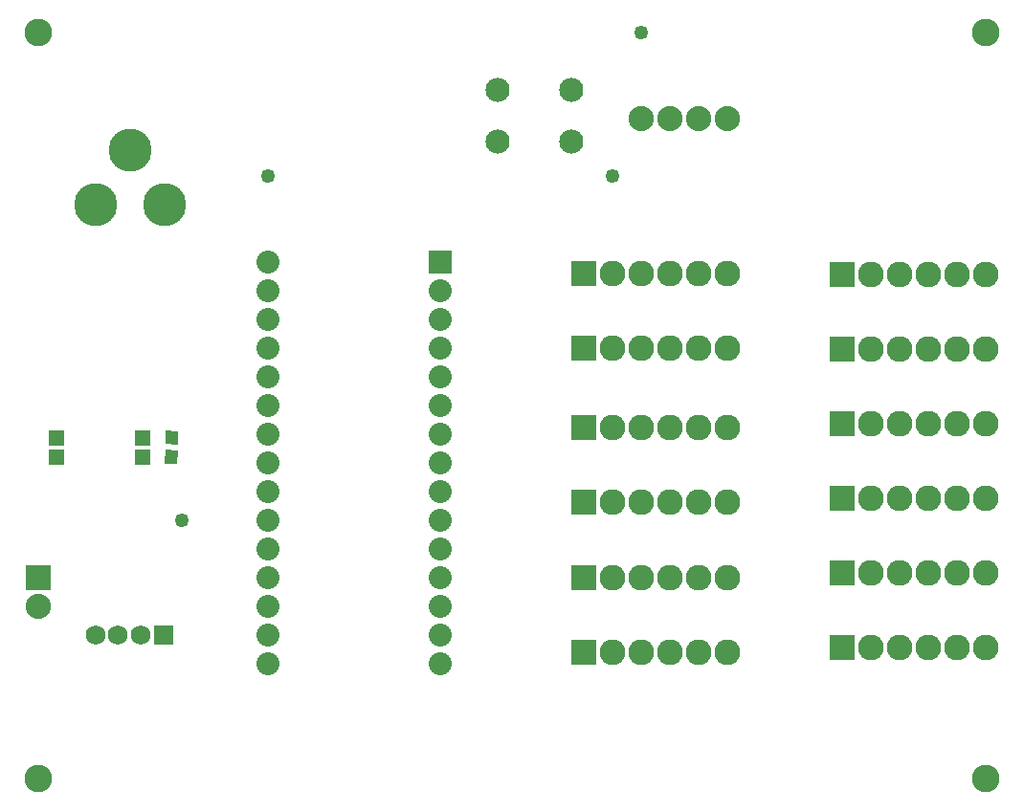
<source format=gbs>
G04 MADE WITH FRITZING*
G04 WWW.FRITZING.ORG*
G04 DOUBLE SIDED*
G04 HOLES PLATED*
G04 CONTOUR ON CENTER OF CONTOUR VECTOR*
%ASAXBY*%
%FSLAX23Y23*%
%MOIN*%
%OFA0B0*%
%SFA1.0B1.0*%
%ADD10C,0.088000*%
%ADD11C,0.090000*%
%ADD12C,0.049370*%
%ADD13C,0.096614*%
%ADD14C,0.069200*%
%ADD15C,0.080000*%
%ADD16C,0.084000*%
%ADD17C,0.150000*%
%ADD18R,0.088000X0.088000*%
%ADD19R,0.053307X0.057244*%
%ADD20R,0.090000X0.090000*%
%ADD21R,0.069200X0.069200*%
%ADD22R,0.079972X0.080000*%
%ADD23C,0.010000*%
%LNMASK0*%
G90*
G70*
G54D10*
X120Y787D03*
X120Y687D03*
G54D11*
X2020Y1052D03*
X2120Y1052D03*
X2220Y1052D03*
X2320Y1052D03*
X2420Y1052D03*
X2520Y1052D03*
X2020Y529D03*
X2120Y529D03*
X2220Y529D03*
X2320Y529D03*
X2420Y529D03*
X2520Y529D03*
X2020Y789D03*
X2120Y789D03*
X2220Y789D03*
X2320Y789D03*
X2420Y789D03*
X2520Y789D03*
X2020Y1312D03*
X2120Y1312D03*
X2220Y1312D03*
X2320Y1312D03*
X2420Y1312D03*
X2520Y1312D03*
X2920Y543D03*
X3020Y543D03*
X3120Y543D03*
X3220Y543D03*
X3320Y543D03*
X3420Y543D03*
X2020Y1587D03*
X2120Y1587D03*
X2220Y1587D03*
X2320Y1587D03*
X2420Y1587D03*
X2520Y1587D03*
X2020Y1847D03*
X2120Y1847D03*
X2220Y1847D03*
X2320Y1847D03*
X2420Y1847D03*
X2520Y1847D03*
X2920Y803D03*
X3020Y803D03*
X3120Y803D03*
X3220Y803D03*
X3320Y803D03*
X3420Y803D03*
X2920Y1323D03*
X3020Y1323D03*
X3120Y1323D03*
X3220Y1323D03*
X3320Y1323D03*
X3420Y1323D03*
X2920Y1063D03*
X3020Y1063D03*
X3120Y1063D03*
X3220Y1063D03*
X3320Y1063D03*
X3420Y1063D03*
X2920Y1585D03*
X3020Y1585D03*
X3120Y1585D03*
X3220Y1585D03*
X3320Y1585D03*
X3420Y1585D03*
X2920Y1845D03*
X3020Y1845D03*
X3120Y1845D03*
X3220Y1845D03*
X3320Y1845D03*
X3420Y1845D03*
G54D12*
X620Y987D03*
X920Y2187D03*
X2220Y2687D03*
G54D13*
X120Y2687D03*
X120Y87D03*
X3420Y87D03*
X3420Y2687D03*
G54D14*
X556Y587D03*
X320Y587D03*
X398Y587D03*
X477Y587D03*
G54D15*
X1520Y1887D03*
X1520Y1787D03*
X1520Y1687D03*
X1520Y1587D03*
X1520Y1487D03*
X1520Y1387D03*
X1520Y1287D03*
X1520Y1187D03*
X1520Y1087D03*
X1520Y987D03*
X1520Y887D03*
X1520Y787D03*
X1520Y687D03*
X1520Y587D03*
X1520Y487D03*
X920Y1887D03*
X920Y1787D03*
X920Y1687D03*
X920Y1587D03*
X920Y1487D03*
X920Y1387D03*
X920Y1287D03*
X920Y1187D03*
X920Y1087D03*
X920Y987D03*
X920Y887D03*
X920Y787D03*
X920Y687D03*
X920Y587D03*
X920Y487D03*
X1520Y1887D03*
X1520Y1787D03*
X1520Y1687D03*
X1520Y1587D03*
X1520Y1487D03*
X1520Y1387D03*
X1520Y1287D03*
X1520Y1187D03*
X1520Y1087D03*
X1520Y987D03*
X1520Y887D03*
X1520Y787D03*
X1520Y687D03*
X1520Y587D03*
X1520Y487D03*
X920Y1887D03*
X920Y1787D03*
X920Y1687D03*
X920Y1587D03*
X920Y1487D03*
X920Y1387D03*
X920Y1287D03*
X920Y1187D03*
X920Y1087D03*
X920Y987D03*
X920Y887D03*
X920Y787D03*
X920Y687D03*
X920Y587D03*
X920Y487D03*
G54D16*
X1720Y2487D03*
X1976Y2487D03*
X1720Y2309D03*
X1976Y2309D03*
G54D10*
X2520Y2387D03*
X2420Y2387D03*
X2320Y2387D03*
X2220Y2387D03*
G54D17*
X560Y2087D03*
X320Y2087D03*
X440Y2277D03*
X560Y2087D03*
X320Y2087D03*
X440Y2277D03*
G54D12*
X2120Y2187D03*
G54D18*
X120Y787D03*
G54D19*
X484Y1275D03*
X484Y1208D03*
X184Y1275D03*
X184Y1208D03*
G54D20*
X2020Y1052D03*
X2020Y529D03*
X2020Y789D03*
X2020Y1312D03*
X2920Y543D03*
X2020Y1587D03*
X2020Y1847D03*
X2920Y803D03*
X2920Y1323D03*
X2920Y1063D03*
X2920Y1585D03*
X2920Y1845D03*
G54D21*
X556Y587D03*
G54D22*
X1520Y1887D03*
X1520Y1887D03*
G54D23*
G36*
X565Y1300D02*
X608Y1298D01*
X606Y1251D01*
X563Y1253D01*
X565Y1300D01*
G37*
D02*
G36*
X562Y1233D02*
X606Y1231D01*
X604Y1184D01*
X561Y1186D01*
X562Y1233D01*
G37*
D02*
G04 End of Mask0*
M02*
</source>
